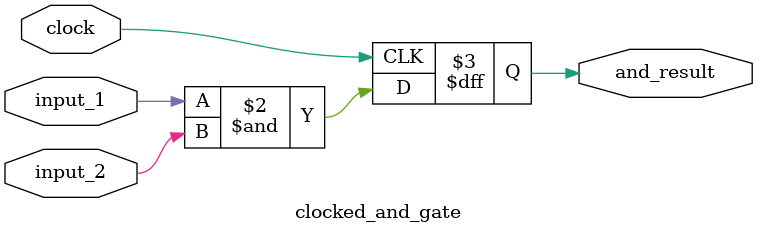
<source format=v>
module clocked_and_gate (
    input input_1,
    input input_2,
    input clock,
    output reg and_result
);
    always @(posedge clock)
    begin
        and_result <= input_1 & input_2;
    end
endmodule
</source>
